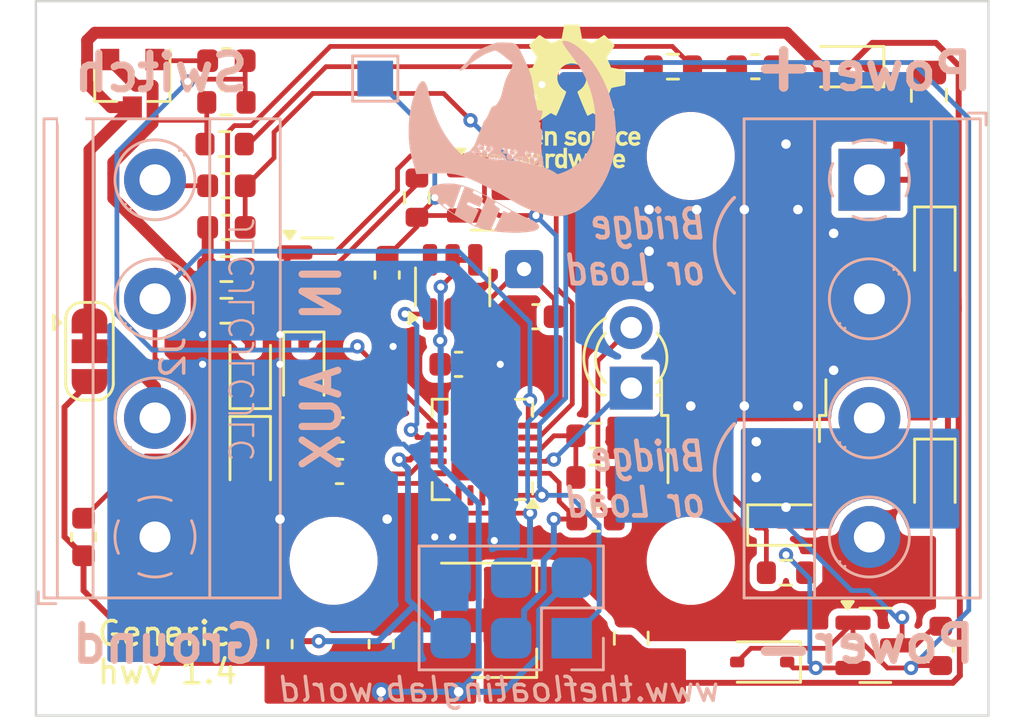
<source format=kicad_pcb>
(kicad_pcb
	(version 20240108)
	(generator "pcbnew")
	(generator_version "8.0")
	(general
		(thickness 1.6)
		(legacy_teardrops no)
	)
	(paper "A4")
	(layers
		(0 "F.Cu" signal)
		(31 "B.Cu" signal)
		(32 "B.Adhes" user "B.Adhesive")
		(33 "F.Adhes" user "F.Adhesive")
		(34 "B.Paste" user)
		(35 "F.Paste" user)
		(36 "B.SilkS" user "B.Silkscreen")
		(37 "F.SilkS" user "F.Silkscreen")
		(38 "B.Mask" user)
		(39 "F.Mask" user)
		(40 "Dwgs.User" user "User.Drawings")
		(41 "Cmts.User" user "User.Comments")
		(42 "Eco1.User" user "User.Eco1")
		(43 "Eco2.User" user "User.Eco2")
		(44 "Edge.Cuts" user)
		(45 "Margin" user)
		(46 "B.CrtYd" user "B.Courtyard")
		(47 "F.CrtYd" user "F.Courtyard")
		(48 "B.Fab" user)
		(49 "F.Fab" user)
	)
	(setup
		(stackup
			(layer "F.SilkS"
				(type "Top Silk Screen")
			)
			(layer "F.Paste"
				(type "Top Solder Paste")
			)
			(layer "F.Mask"
				(type "Top Solder Mask")
				(thickness 0.01)
			)
			(layer "F.Cu"
				(type "copper")
				(thickness 0.035)
			)
			(layer "dielectric 1"
				(type "core")
				(thickness 1.51)
				(material "FR4")
				(epsilon_r 4.5)
				(loss_tangent 0.02)
			)
			(layer "B.Cu"
				(type "copper")
				(thickness 0.035)
			)
			(layer "B.Mask"
				(type "Bottom Solder Mask")
				(thickness 0.01)
			)
			(layer "B.Paste"
				(type "Bottom Solder Paste")
			)
			(layer "B.SilkS"
				(type "Bottom Silk Screen")
			)
			(copper_finish "None")
			(dielectric_constraints no)
		)
		(pad_to_mask_clearance 0)
		(allow_soldermask_bridges_in_footprints no)
		(aux_axis_origin 91.5 105)
		(grid_origin 91.5 105)
		(pcbplotparams
			(layerselection 0x00010fc_ffffffff)
			(plot_on_all_layers_selection 0x0000000_00000000)
			(disableapertmacros no)
			(usegerberextensions yes)
			(usegerberattributes no)
			(usegerberadvancedattributes no)
			(creategerberjobfile no)
			(dashed_line_dash_ratio 12.000000)
			(dashed_line_gap_ratio 3.000000)
			(svgprecision 4)
			(plotframeref no)
			(viasonmask no)
			(mode 1)
			(useauxorigin no)
			(hpglpennumber 1)
			(hpglpenspeed 20)
			(hpglpendiameter 15.000000)
			(pdf_front_fp_property_popups yes)
			(pdf_back_fp_property_popups yes)
			(dxfpolygonmode yes)
			(dxfimperialunits yes)
			(dxfusepcbnewfont yes)
			(psnegative no)
			(psa4output no)
			(plotreference yes)
			(plotvalue yes)
			(plotfptext yes)
			(plotinvisibletext no)
			(sketchpadsonfab no)
			(subtractmaskfromsilk yes)
			(outputformat 1)
			(mirror no)
			(drillshape 0)
			(scaleselection 1)
			(outputdirectory "")
		)
	)
	(net 0 "")
	(net 1 "Net-(D12-A)")
	(net 2 "Net-(D10-A)")
	(net 3 "Net-(J3-Pin_3)")
	(net 4 "Net-(J3-Pin_1)")
	(net 5 "Net-(J3-Pin_5)")
	(net 6 "Net-(J3-Pin_2)")
	(net 7 "Net-(J3-Pin_4)")
	(net 8 "Net-(J2-Pin_4)")
	(net 9 "Net-(J2-Pin_3)")
	(net 10 "Net-(D11-A)")
	(net 11 "Net-(D1-A)")
	(net 12 "Net-(D12-K)")
	(net 13 "Net-(U3-VIN)")
	(net 14 "Net-(D4-A)")
	(net 15 "Net-(Q2-G)")
	(net 16 "Net-(U1-XTAL1{slash}PB0)")
	(net 17 "Net-(U1-PA2)")
	(net 18 "Net-(J4-Pin_1)")
	(net 19 "unconnected-(U4-Toggle-Pad6)")
	(net 20 "Net-(Q3-E)")
	(net 21 "Net-(Q3-C)")
	(net 22 "Net-(D3-K)")
	(net 23 "Net-(D5-A)")
	(net 24 "Net-(D6-K)")
	(net 25 "Net-(D5-K)")
	(net 26 "Net-(U1-PA1)")
	(net 27 "Net-(U1-XTAL2{slash}PB1)")
	(net 28 "unconnected-(U1-NC-Pad10)")
	(net 29 "unconnected-(U1-NC-Pad18)")
	(net 30 "Net-(U1-PA7)")
	(net 31 "unconnected-(U1-NC-Pad6)")
	(net 32 "unconnected-(U1-NC-Pad19)")
	(net 33 "Net-(U1-PB2)")
	(net 34 "unconnected-(U1-NC-Pad17)")
	(net 35 "unconnected-(U1-NC-Pad7)")
	(net 36 "Net-(D1-K)")
	(net 37 "Net-(D2-K)")
	(net 38 "Net-(D4-K)")
	(net 39 "Net-(J2-Pin_2)")
	(footprint "Capacitor_SMD:C_0805_2012Metric" (layer "F.Cu") (at 76.5 101.75 90))
	(footprint "Capacitor_SMD:C_0603_1608Metric" (layer "F.Cu") (at 66 102 90))
	(footprint "Package_TO_SOT_SMD:TO-252-2" (layer "F.Cu") (at 81.225 89.925 90))
	(footprint "Resistor_SMD:R_0603_1608Metric" (layer "F.Cu") (at 61.75 102 90))
	(footprint "Resistor_SMD:R_0603_1608Metric" (layer "F.Cu") (at 53.5 97.5 90))
	(footprint "Resistor_SMD:R_0603_1608Metric" (layer "F.Cu") (at 75 96.75))
	(footprint "Package_TO_SOT_SMD:SOT-89-3" (layer "F.Cu") (at 70.75 101))
	(footprint "MountingHole:MountingHole_3.2mm_M3_DIN965" (layer "F.Cu") (at 79 98.5 180))
	(footprint "MountingHole:MountingHole_3.2mm_M3_DIN965" (layer "F.Cu") (at 79 81.5 180))
	(footprint "MountingHole:MountingHole_3.2mm_M3_DIN965" (layer "F.Cu") (at 64 98.5 180))
	(footprint "MountingHole:MountingHole_3.2mm_M3_DIN965" (layer "F.Cu") (at 64 81.5 180))
	(footprint "Capacitor_SMD:C_0603_1608Metric" (layer "F.Cu") (at 59.5 84.5 180))
	(footprint "Resistor_SMD:R_0603_1608Metric" (layer "F.Cu") (at 81.7125 77.75))
	(footprint "Resistor_SMD:R_0603_1608Metric" (layer "F.Cu") (at 59.5 82.75))
	(footprint "LED_THT:LED_D3.0mm" (layer "F.Cu") (at 76.5 91.25 90))
	(footprint "Package_TO_SOT_SMD:SOT-23" (layer "F.Cu") (at 55.55 78.45 -90))
	(footprint "Resistor_SMD:R_0603_1608Metric" (layer "F.Cu") (at 59.5 77.5))
	(footprint "Diode_SMD:D_SOD-323" (layer "F.Cu") (at 82 102.75 180))
	(footprint "Resistor_SMD:R_0603_1608Metric" (layer "F.Cu") (at 75 95))
	(footprint "Mounting_Wuerth:Tooling hole" (layer "F.Cu") (at 90.25 76.25))
	(footprint "Mounting_Wuerth:Tooling hole" (layer "F.Cu") (at 53 80))
	(footprint "Resistor_SMD:R_0603_1608Metric" (layer "F.Cu") (at 59.5 86.25 180))
	(footprint "Resistor_SMD:R_0603_1608Metric" (layer "F.Cu") (at 89.5 102.075 90))
	(footprint "Diode_SMD:D_SOD-323" (layer "F.Cu") (at 85.5 77.75 180))
	(footprint "Package_TO_SOT_SMD:SOT-23" (layer "F.Cu") (at 63.3125 86.5))
	(footprint "Diode_SMD:D_SOD-323" (layer "F.Cu") (at 60.5 90.5 90))
	(footprint "Capacitor_SMD:C_0603_1608Metric" (layer "F.Cu") (at 64.275 93 180))
	(footprint "Diode_SMD:D_SOD-323" (layer "F.Cu") (at 89.25 95 -90))
	(footprint "Capacitor_SMD:C_0603_1608Metric" (layer "F.Cu") (at 64.25 94.75 180))
	(footprint "Capacitor_SMD:C_0805_2012Metric" (layer "F.Cu") (at 89 78.95 -90))
	(footprint "Capacitor_SMD:C_0603_1608Metric" (layer "F.Cu") (at 72.5 88.25 180))
	(footprint "Capacitor_SMD:C_0603_1608Metric" (layer "F.Cu") (at 69.25 90.25))
	(footprint "Package_TO_SOT_SMD:SOT-23-6" (layer "F.Cu") (at 69 87 90))
	(footprint "Mounting_Wuerth:Tooling hole" (layer "F.Cu") (at 53 103.5))
	(footprint "Jumper:SolderJumper-3_P1.3mm_Bridged12_RoundedPad1.0x1.5mm" (layer "F.Cu") (at 53.75 89.7 -90))
	(footprint "Resistor_SMD:R_0603_1608Metric" (layer "F.Cu") (at 67.5 83.25 -90))
	(footprint "Diode_SMD:D_SOD-323" (layer "F.Cu") (at 83 97))
	(footprint "Symbol:OSHW-Logo_5.7x6mm_SilkScreen"
		(layer "F.Cu")
		(uuid "92663bd1-15ef-4757-b23a-2f8b6c7d6d31")
		(at 74 79)
		(descr "Open Source Hardware Logo")
		(tags "Logo OSHW")
		(property "Reference" "REF**"
			(at 0 0 0)
			(layer "F.SilkS")
			(hide yes)
			(uuid "80db592a-2aee-4cfa-82cb-0ebd59b1333b")
			(effects
				(font
					(size 1 1)
					(thickness 0.15)
				)
			)
		)
		(property "Value" "OSHW-Logo_5.7x6mm_SilkScreen"
			(at 0.75 0 0)
			(layer "F.Fab")
			(hide yes)
			(uuid "ade8c28d-0d74-4ef5-bcfe-8111757fbfde")
			(effects
				(font
					(size 1 1)
					(thickness 0.15)
				)
			)
		)
		(property "Footprint" "Symbol:OSHW-Logo_5.7x6mm_SilkScreen"
			(at 0 0 0)
			(unlocked yes)
			(layer "F.Fab")
			(hide yes)
			(uuid "81420abc-84d5-40ba-a693-4dea55dd9453")
			(effects
				(font
					(size 1.27 1.27)
					(thickness 0.15)
				)
			)
		)
		(property "Datasheet" ""
			(at 0 0 0)
			(unlocked yes)
			(layer "F.Fab")
			(hide yes)
			(uuid "ecfbc3ee-c312-4478-bb85-2c59bc5f5305")
			(effects
				(font
					(size 1.27 1.27)
					(thickness 0.15)
				)
			)
		)
		(property "Description" ""
			(at 0 0 0)
			(unlocked yes)
			(layer "F.Fab")
			(hide yes)
			(uuid "e132fd42-facc-42b0-9aab-7c195e6a08d9")
			(effects
				(font
					(size 1.27 1.27)
					(thickness 0.15)
				)
			)
		)
		(attr exclude_from_pos_files exclude_from_bom)
		(fp_poly
			(pts
				(xy 1.79946 1.45803) (xy 1.842711 1.471245) (xy 1.870558 1.487941) (xy 1.879629 1.501145) (xy 1.877132 1.516797)
				(xy 1.860931 1.541385) (xy 1.847232 1.5588) (xy 1.818992 1.590283) (xy 1.797775 1.603529) (xy 1.779688 1.602664)
				(xy 1.726035 1.58901) (xy 1.68663 1.58963) (xy 1.654632 1.605104) (xy 1.64389 1.614161) (xy 1.609505 1.646027)
				(xy 1.609505 2.062179) (xy 1.471188 2.062179) (xy 1.471188 1.458614) (xy 1.540347 1.458614) (xy 1.581869 1.460256)
				(xy 1.603291 1.466087) (xy 1.609502 1.477461) (xy 1.609505 1.477798) (xy 1.612439 1.489713) (xy 1.625704 1.488159)
				(xy 1.644084 1.479563) (xy 1.682046 1.463568) (xy 1.712872 1.453945) (xy 1.752536 1.451478) (xy 1.79946 1.45803)
			)
			(stroke
				(width 0.01)
				(type solid)
			)
			(fill solid)
			(layer "F.SilkS")
			(uuid "8e36c753-9fdd-430e-9239-2c27d8d71fc2")
		)
		(fp_poly
			(pts
				(xy 1.635255 2.401486) (xy 1.683595 2.411015) (xy 1.711114 2.425125) (xy 1.740064 2.448568) (xy 1.698876 2.500571)
				(xy 1.673482 2.532064) (xy 1.656238 2.547428) (xy 1.639102 2.549776) (xy 1.614027 2.542217) (xy 1.602257 2.537941)
				(xy 1.55427 2.531631) (xy 1.510324 2.545156) (xy 1.47806 2.57571) (xy 1.472819 2.585452) (xy 1.467112 2.611258)
				(xy 1.462706 2.658817) (xy 1.459811 2.724758) (xy 1.458631 2.80571) (xy 1.458614 2.817226) (xy 1.458614 3.017822)
				(xy 1.320297 3.017822) (xy 1.320297 2.401683) (xy 1.389456 2.401683) (xy 1.429333 2.402725) (xy 1.450107 2.407358)
				(xy 1.457789 2.417849) (xy 1.458614 2.427745) (xy 1.458614 2.453806) (xy 1.491745 2.427745) (xy 1.529735 2.409965)
				(xy 1.58077 2.401174) (xy 1.635255 2.401486)
			)
			(stroke
				(width 0.01)
				(type solid)
			)
			(fill solid)
			(layer "F.SilkS")
			(uuid "c3a8f45c-7713-4051-bb49-3ac791e60f66")
		)
		(fp_poly
			(pts
				(xy -0.993356 2.40302) (xy -0.974539 2.40866) (xy -0.968473 2.421053) (xy -0.968218 2.426647) (xy -0.967129 2.44223)
				(xy -0.959632 2.444676) (xy -0.939381 2.433993) (xy -0.927351 2.426694) (xy -0.8894 2.411063) (xy -0.844072 2.403334)
				(xy -0.796544 2.40274) (xy -0.751995 2.408513) (xy -0.715602 2.419884) (xy -0.692543 2.436088) (xy -0.687996 2.456355)
				(xy -0.690291 2.461843) (xy -0.70702 2.484626) (xy -0.732963 2.512647) (xy -0.737655 2.517177) (xy -0.762383 2.538005)
				(xy -0.783718 2.544735) (xy -0.813555 2.540038) (xy -0.825508 2.536917) (xy -0.862705 2.529421)
				(xy -0.888859 2.532792) (xy -0.910946 2.544681) (xy -0.931178 2.560635) (xy -0.946079 2.5807) (xy -0.956434 2.608702)
				(xy -0.963029 2.648467) (xy -0.966649 2.703823) (xy -0.968078 2.778594) (xy -0.968218 2.82374) (xy -0.968218 3.017822)
				(xy -1.09396 3.017822) (xy -1.09396 2.401683) (xy -1.031089 2.401683) (xy -0.993356 2.40302)
			)
			(stroke
				(width 0.01)
				(type solid)
			)
			(fill solid)
			(layer "F.SilkS")
			(uuid "3297a1e2-b9ea-48a6-9a8d-8f82c97677ec")
		)
		(fp_poly
			(pts
				(xy 0.993367 1.654342) (xy 0.994555 1.746563) (xy 0.998897 1.81661) (xy 1.007558 1.867381) (xy 1.021704 1.901772)
				(xy 1.0425 1.922679) (xy 1.07111 1.933) (xy 1.106535 1.935636) (xy 1.143636 1.932682) (xy 1.171818 1.921889)
				(xy 1.192243 1.90036) (xy 1.206079 1.865199) (xy 1.214491 1.81351) (xy 1.218643 1.742394) (xy 1.219703 1.654342)
				(xy 1.219703 1.458614) (xy 1.35802 1.458614) (xy 1.35802 2.062179) (xy 1.288862 2.062179) (xy 1.24717 2.060489)
				(xy 1.225701 2.054556) (xy 1.219703 2.043293) (xy 1.216091 2.033261) (xy 1.201714 2.035383) (xy 1.172736 2.04958)
				(xy 1.106319 2.07148) (xy 1.035875 2.069928) (xy 0.968377 2.046147) (xy 0.936233 2.027362) (xy 0.911715 2.007022)
				(xy 0.893804 1.981573) (xy 0.881479 1.947458) (xy 0.873723 1.901121) (xy 0.869516 1.839007) (xy 0.86784 1.757561)
				(xy 0.867624 1.694578) (xy 0.867624 1.458614) (xy 0.993367 1.458614) (xy 0.993367 1.654342)
			)
			(stroke
				(width 0.01)
				(type solid)
			)
			(fill solid)
			(layer "F.SilkS")
			(uuid "bc8742de-8d4c-4bd9-b5af-e69e40e70d05")
		)
		(fp_poly
			(pts
				(xy -0.754012 1.469002) (xy -0.722717 1.48395) (xy -0.692409 1.505541) (xy -0.669318 1.530391) (xy -0.6525 1.562087)
				(xy -0.641006 1.604214) (xy -0.633891 1.660358) (xy -0.630207 1.734106) (xy -0.629008 1.829044)
				(xy -0.628989 1.838985) (xy -0.628713 2.062179) (xy -0.76703 2.062179) (xy -0.76703 1.856418) (xy -0.767128 1.780189)
				(xy -0.767809 1.724939) (xy -0.769651 1.686501) (xy -0.773233 1.660706) (xy -0.779132 1.643384)
				(xy -0.787927 1.630368) (xy -0.80018 1.617507) (xy -0.843047 1.589873) (xy -0.889843 1.584745) (xy -0.934424 1.602217)
				(xy -0.949928 1.615221) (xy -0.96131 1.627447) (xy -0.969481 1.64054) (xy -0.974974 1.658615) (xy -0.97832 1.685787)
				(xy -0.980051 1.72617) (xy -0.980697 1.783879) (xy -0.980792 1.854132) (xy -0.980792 2.062179) (xy -1.119109 2.062179)
				(xy -1.119109 1.458614) (xy -1.04995 1.458614) (xy -1.008428 1.460256) (xy -0.987006 1.466087) (xy -0.980795 1.477461)
				(xy -0.980792 1.477798) (xy -0.97791 1.488938) (xy -0.965199 1.487674) (xy -0.939926 1.475434) (xy -0.882605 1.457424)
				(xy -0.817037 1.455421) (xy -0.754012 1.469002)
			)
			(stroke
				(width 0.01)
				(type solid)
			)
			(fill solid)
			(layer "F.SilkS")
			(uuid "3109df12-c65b-456f-974d-72eff6d9396e")
		)
		(fp_poly
			(pts
				(xy 2.217226 1.46388) (xy 2.29008 1.49483) (xy 2.313027 1.509895) (xy 2.342354 1.533048) (xy 2.360764 1.551253)
				(xy 2.363961 1.557183) (xy 2.354935 1.57034) (xy 2.331837 1.592667) (xy 2.313344 1.60825) (xy 2.262728 1.648926)
				(xy 2.22276 1.615295) (xy 2.191874 1.593584) (xy 2.161759 1.58609) (xy 2.127292 1.58792) (xy 2.072561 1.601528)
				(xy 2.034886 1.629772) (xy 2.011991 1.675433) (xy 2.001597 1.741289) (xy 2.001595 1.741331) (xy 2.002494 1.814939)
				(xy 2.016463 1.868946) (xy 2.044328 1.905716) (xy 2.063325 1.918168) (xy 2.113776 1.933673) (xy 2.167663 1.933683)
				(xy 2.214546 1.918638) (xy 2.225644 1.911287) (xy 2.253476 1.892511) (xy 2.275236 1.889434) (xy 2.298704 1.903409)
				(xy 2.324649 1.92851) (xy 2.365716 1.97088) (xy 2.320121 2.008464) (xy 2.249674 2.050882) (xy 2.170233 2.071785)
				(xy 2.087215 2.070272) (xy 2.032694 2.056411) (xy 1.96897 2.022135) (xy 1.918005 1.968212) (xy 1.894851 1.930149)
				(xy 1.876099 1.875536) (xy 1.866715 1.806369) (xy 1.866643 1.731407) (xy 1.875824 1.659409) (xy 1.894199 1.599137)
				(xy 1.897093 1.592958) (xy 1.939952 1.532351) (xy 1.997979 1.488224) (xy 2.066591 1.461493) (xy 2.141201 1.453073)
				(xy 2.217226 1.46388)
			)
			(stroke
				(width 0.01)
				(type solid)
			)
			(fill solid)
			(layer "F.SilkS")
			(uuid "7dba9616-2052-4ec7-9135-485fa5fa2224")
		)
		(fp_poly
			(pts
				(xy 0.610762 1.466055) (xy 0.674363 1.500692) (xy 0.724123 1.555372) (xy 0.747568 1.599842) (xy 0.757634 1.639121)
				(xy 0.764156 1.695116) (xy 0.766951 1.759621) (xy 0.765836 1.824429) (xy 0.760626 1.881334) (xy 0.754541 1.911727)
				(xy 0.734014 1.953306) (xy 0.698463 1.997468) (xy 0.655619 2.036087) (xy 0.613211 2.061034) (xy 0.612177 2.06143)
				(xy 0.559553 2.072331) (xy 0.497188 2.072601) (xy 0.437924 2.062676) (xy 0.41504 2.054722) (xy 0.356102 2.0213)
				(xy 0.31389 1.977511) (xy 0.286156 1.919538) (xy 0.270651 1.843565) (xy 0.267143 1.803771) (xy 0.26759 1.753766)
				(xy 0.402376 1.753766) (xy 0.406917 1.826732) (xy 0.419986 1.882334) (xy 0.440756 1.917861) (xy 0.455552 1.92802)
				(xy 0.493464 1.935104) (xy 0.538527 1.933007) (xy 0.577487 1.922812) (xy 0.587704 1.917204) (xy 0.614659 1.884538)
				(xy 0.632451 1.834545) (xy 0.640024 1.773705) (xy 0.636325 1.708497) (xy 0.628057 1.669253) (xy 0.60432 1.623805)
				(xy 0.566849 1.595396) (xy 0.52172 1.585573) (xy 0.475011 1.595887) (xy 0.439132 1.621112) (xy 0.420277 1.641925)
				(xy 0.409272 1.662439) (xy 0.404026 1.690203) (xy 0.402449 1.732762) (xy 0.402376 1.753766) (xy 0.26759 1.753766)
				(xy 0.268094 1.69758) (xy 0.285388 1.610501) (xy 0.319029 1.54253) (xy 0.369018 1.493664) (xy 0.435356 1.463899)
				(xy 0.449601 1.460448) (xy 0.53521 1.452345) (xy 0.610762 1.466055)
			)
			(stroke
				(width 0.01)
				(type solid)
			)
			(fill solid)
			(layer "F.SilkS")
			(uuid "f52e9598-f060-41ce-99cf-730d9d4beee0")
		)
		(fp_poly
			(pts
				(xy 0.281524 2.404237) (xy 0.331255 2.407971) (xy 0.461291 2.797773) (xy 0.481678 2.728614) (xy 0.493946 2.685874)
				(xy 0.510085 2.628115) (xy 0.527512 2.564625) (xy 0.536726 2.53057) (xy 0.571388 2.401683) (xy 0.714391 2.401683)
				(xy 0.671646 2.536857) (xy 0.650596 2.603342) (xy 0.625167 2.683539) (xy 0.59861 2.767193) (xy 0.574902 2.841782)
				(xy 0.520902 3.011535) (xy 0.462598 3.015328) (xy 0.404295 3.019122) (xy 0.372679 2.914734) (xy 0.353182 2.849889)
				(xy 0.331904 2.7784) (xy 0.313308 2.715263) (xy 0.312574 2.71275) (xy 0.298684 2.669969) (xy 0.286429 2.640779)
				(xy 0.277846 2.629741) (xy 0.276082 2.631018) (xy 0.269891 2.64813) (xy 0.258128 2.684787) (xy 0.242225 2.736378)
				(xy 0.223614 2.798294) (xy 0.213543 2.832352) (xy 0.159007 3.017822) (xy 0.043264 3.017822) (xy -0.049263 2.725471)
				(xy -0.075256 2.643462) (xy -0.098934 2.568987) (xy -0.11918 2.505544) (xy -0.134874 2.456632) (xy -0.144898 2.425749)
				(xy -0.147945 2.416726) (xy -0.145533 2.407487) (xy -0.126592 2.403441) (xy -0.087177 2.403846)
				(xy -0.081007 2.404152) (xy -0.007914 2.407971) (xy 0.039957 2.58401) (xy 0.057553 2.648211) (xy 0.073277 2.704649)
				(xy 0.085746 2.748422) (xy 0.093574 2.77463) (xy 0.09502 2.778903) (xy 0.101014 2.77399) (xy 0.113101 2.748532)
				(xy 0.129893 2.705997) (xy 0.150003 2.64985) (xy 0.167003 2.59913) (xy 0.231794 2.400504) (xy 0.281524 2.404237)
			)
			(stroke
				(width 0.01)
				(type solid)
			)
			(fill solid)
			(layer "F.SilkS")
			(uuid "4a069e53-1b4e-470e-b35b-f1a960e80d10")
		)
		(fp_poly
			(pts
				(xy -2.538261 1.465148) (xy -2.472479 1.494231) (xy -2.42254 1.542793) (xy -2.388374 1.610908) (xy -2.369907 1.698651)
				(xy -2.368583 1.712351) (xy -2.367546 1.808939) (xy -2.380993 1.893602) (xy -2.408108 1.962221)
				(xy -2.422627 1.984294) (xy -2.473201 2.031011) (xy -2.537609 2.061268) (xy -2.609666 2.073824)
				(xy -2.683185 2.067439) (xy -2.739072 2.047772) (xy -2.787132 2.014629) (xy -2.826412 1.971175)
				(xy -2.827092 1.970158) (xy -2.843044 1.943338) (xy -2.85341 1.916368) (xy -2.859688 1.882332) (xy -2.863373 1.83431)
				(xy -2.864997 1.794931) (xy -2.865672 1.759219) (xy -2.739955 1.759219) (xy -2.738726 1.79477) (xy -2.734266 1.842094)
				(xy -2.726397 1.872465) (xy -2.712207 1.894072) (xy -2.698917 1.906694) (xy -2.651802 1.933122)
				(xy -2.602505 1.936653) (xy -2.556593 1.917639) (xy -2.533638 1.896331) (xy -2.517096 1.874859)
				(xy -2.507421 1.854313) (xy -2.503174 1.827574) (xy -2.50292 1.787523) (xy -2.504228 1.750638) (xy -2.507043 1.697947)
				(xy -2.511505 1.663772) (xy -2.519548 1.64148) (xy -2.533103 1.624442) (xy -2.543845 1.614703) (xy -2.588777 1.589123)
				(xy -2.637249 1.587847) (xy -2.677894 1.602999) (xy -2.712567 1.634642) (xy -2.733224 1.68662) (xy -2.739955 1.759219)
				(xy -2.865672 1.759219) (xy -2.866479 1.716621) (xy -2.863948 1.658056) (xy -2.856362 1.614007)
				(xy -2.842681 1.579248) (xy -2.821865 1.548551) (xy -2.814147 1.539436) (xy -2.765889 1.494021)
				(xy -2.714128 1.467493) (xy -2.650828 1.456379) (xy -2.619961 1.455471) (xy -2.538261 1.465148)
			)
			(stroke
				(width 0.01)
				(type solid)
			)
			(fill solid)
			(layer "F.SilkS")
			(uuid "ca074c47-901a-4894-b86d-cf1ad80672a3")
		)
		(fp_poly
			(pts
				(xy -0.201188 3.017822) (xy -0.270346 3.017822) (xy -0.310488 3.016645) (xy -0.331394 3.011772)
				(xy -0.338922 3.001186) (xy -0.339505 2.994029) (xy -0.340774 2.979676) (xy -0.348779 2.976923)
				(xy -0.369815 2.985771) (xy -0.386173 2.994029) (xy -0.448977 3.013597) (xy -0.517248 3.014729)
				(xy -0.572752 3.000135) (xy -0.624438 2.964877) (xy -0.663838 2.912835) (xy -0.685413 2.85145) (xy -0.685962 2.848018)
				(xy -0.689167 2.810571) (xy -0.690761 2.756813) (xy -0.690633 2.716155) (xy -0.553279 2.716155)
				(xy -0.550097 2.770194) (xy -0.542859 2.814735) (xy -0.53306 2.839888) (xy -0.495989 2.87426) (xy -0.451974 2.886582)
				(xy -0.406584 2.876618) (xy -0.367797 2.846895) (xy -0.353108 2.826905) (xy -0.344519 2.80305) (xy -0.340496 2.76823)
				(xy -0.339505 2.71593) (xy -0.341278 2.664139) (xy -0.345963 2.618634) (xy -0.352603 2.588181) (xy -0.35371 2.585452)
				(xy -0.380491 2.553) (xy -0.419579 2.535183) (xy -0.463315 2.532306) (xy -0.504038 2.544674) (xy -0.534087 2.572593)
				(xy -0.537204 2.578148) (xy -0.546961 2.612022) (xy -0.552277 2.660728) (xy -0.553279 2.716155)
				(xy -0.690633 2.716155) (xy -0.690568 2.69554) (xy -0.689664 2.662563) (xy -0.683514 2.580981) (xy -0.670733 2.51973)
				(xy -0.649471 2.474449) (xy -0.617878 2.440779) (xy -0.587207 2.421014) (xy -0.544354 2.40712) (xy -0.491056 2.402354)
				(xy -0.43648 2.406236) (xy -0.389792 2.418282) (xy -0.365124 2.432693) (xy -0.339505 2.455878) (xy -0.339505 2.162773)
				(xy -0.201188 2.162773) (xy -0.201188 3.017822)
			)
			(stroke
				(width 0.01)
				(type solid)
			)
			(fill solid)
			(layer "F.SilkS")
			(uuid "65bcd829-7842-4914-8a28-8437002434c5")
		)
		(fp_poly
			(pts
				(xy 2.677898 1.456457) (xy 2.710096 1.464279) (xy 2.771825 1.492921) (xy 2.82461 1.536667) (xy 2.861141 1.589117)
				(xy 2.86616 1.600893) (xy 2.873045 1.63174) (xy 2.877864 1.677371) (xy 2.879505 1.723492) (xy 2.879505 1.810693)
				(xy 2.697178 1.810693) (xy 2.621979 1.810978) (xy 2.569003 1.812704) (xy 2.535325 1.817181) (xy 2.51802 1.82572)
				(xy 2.514163 1.83963) (xy 2.520829 1.860222) (xy 2.53277 1.884315) (xy 2.56608 1.924525) (xy 2.612368 1.944558)
				(xy 2.668944 1.943905) (xy 2.733031 1.922101) (xy 2.788417 1.895193) (xy 2.834375 1.931532) (xy 2.880333 1.967872)
				(xy 2.837096 2.007819) (xy 2.779374 2.045563) (xy 2.708386 2.06832) (xy 2.632029 2.074688) (xy 2.558199 2.063268)
				(xy 2.546287 2.059393) (xy 2.481399 2.025506) (xy 2.43313 1.974986) (xy 2.400465 1.906325) (xy 2.382385 1.818014)
				(xy 2.382175 1.816121) (xy 2.380556 1.719878) (xy 2.3871 1.685542) (xy 2.514852 1.685542) (xy 2.526584 1.690822)
				(xy 2.558438 1.694867) (xy 2.605397 1.697176) (xy 2.635154 1.697525) (xy 2.690648 1.697306) (xy 2.725346 1.695916)
				(xy 2.743601 1.692251) (xy 2.749766 1.68521) (xy 2.748195 1.67369) (xy 2.746878 1.669233) (xy 2.724382 1.627355)
				(xy 2.689003 1.593604) (xy 2.65778 1.578773) (xy 2.616301 1.579668) (xy 2.574269 1.598164) (xy 2.539012 1.628786)
				(xy 2.517854 1.666062) (xy 2.514852 1.685542) (xy 2.3871 1.685542) (xy 2.39669 1.635229) (xy 2.428698 1.564191)
				(xy 2.474701 1.508779) (xy 2.532821 1.471009) (xy 2.60118 1.452896) (xy 2.677898 1.456457)
			)
			(stroke
				(width 0.01)
				(type solid)
			)
			(fill solid)
			(layer "F.SilkS")
			(uuid "e07b6e26-4ffa-4fe9-830e-99d09786f543")
		)
		(fp_poly
			(pts
				(xy 0.014017 1.456452) (xy 0.061634 1.465482) (xy 0.111034 1.48437) (xy 0.116312 1.486777) (xy 0.153774 1.506476)
				(xy 0.179717 1.524781) (xy 0.188103 1.536508) (xy 0.180117 1.555632) (xy 0.16072 1.58385) (xy 0.15211 1.594384)
				(xy 0.116628 1.635847) (xy 0.070885 1.608858) (xy 0.02735 1.590878) (xy -0.02295 1.581267) (xy -0.071188 1.58066)
				(xy -0.108533 1.589691) (xy -0.117495 1.595327) (xy -0.134563 1.621171) (xy -0.136637 1.650941)
				(xy -0.123866 1.674197) (xy -0.116312 1.678708) (xy -0.093675 1.684309) (xy -0.053885 1.690892)
				(xy -0.004834 1.697183) (xy 0.004215 1.69817) (xy 0.082996 1.711798) (xy 0.140136 1.734946) (xy 0.17803 1.769752)
				(xy 0.199079 1.818354) (xy 0.205635 1.877718) (xy 0.196577 1.945198) (xy 0.167164 1.998188) (xy 0.117278 2.036783)
				(xy 0.0468 2.061081) (xy -0.031435 2.070667) (xy -0.095234 2.070552) (xy -0.146984 2.061845) (xy -0.182327 2.049825)
				(xy -0.226983 2.02888) (xy -0.268253 2.004574) (xy -0.282921 1.993876) (xy -0.320643 1.963084) (xy -0.275148 1.917049)
				(xy -0.229653 1.871013) (xy -0.177928 1.905243) (xy -0.126048 1.930952) (xy -0.070649 1.944399)
				(xy -0.017395 1.945818) (xy 0.028049 1.935443) (xy 0.060016 1.913507) (xy 0.070338 1.894998) (xy 0.068789 1.865314)
				(xy 0.04314 1.842615) (xy -0.00654 1.82694) (xy -0.060969 1.819695) (xy -0.144736 1.805873) (xy -0.206967 1.779796)
				(xy -0.248493 1.740699) (xy -0.270147 1.68782) (xy -0.273147 1.625126) (xy -0.258329 1.559642) (xy -0.224546 1.510144)
				(xy -0.171495 1.476408) (xy -0.098874 1.458207) (xy -0.045072 1.454639) (xy 0.014017 1.456452)
			)
			(stroke
				(width 0.01)
				(type solid)
			)
			(fill solid)
			(layer "F.SilkS")
			(uuid "2553cf99-28a8-449a-a467-81fb70e5271b")
		)
		(fp_poly
			(pts
				(xy 2.032581 2.40497) (xy 2.092685 2.420597) (xy 2.143021 2.452848) (xy 2.167393 2.47694) (xy 2.207345 2.533895)
				(xy 2.230242 2.599965) (xy 2.238108 2.681182) (xy 2.238148 2.687748) (xy 2.238218 2.753763) (xy 1.858264 2.753763)
				(xy 1.866363 2.788342) (xy 1.880987 2.819659) (xy 1.906581 2.852291) (xy 1.911935 2.8575) (xy 1.957943 2.885694)
				(xy 2.01041 2.890475) (xy 2.070803 2.871926) (xy 2.08104 2.866931) (xy 2.112439 2.851745) (xy 2.13347 2.843094)
				(xy 2.137139 2.842293) (xy 2.149948 2.850063) (xy 2.174378 2.869072) (xy 2.186779 2.87946) (xy 2.212476 2.903321)
				(xy 2.220915 2.919077) (xy 2.215058 2.933571) (xy 2.211928 2.937534) (xy 2.190725 2.954879) (xy 2.155738 2.975959)
				(xy 2.131337 2.988265) (xy 2.062072 3.009946) (xy 1.985388 3.016971) (xy 1.912765 3.008647) (xy 1.892426 3.002686)
				(xy 1.829476 2.968952) (xy 1.782815 2.917045) (xy 1.752173 2.846459) (xy 1.737282 2.756692) (xy 1.735647 2.709753)
				(xy 1.740421 2.641413) (xy 1.86099 2.641413) (xy 1.872652 2.646465) (xy 1.903998 2.650429) (xy 1.949571 2.652768)
				(xy 1.980446 2.653169) (xy 2.035981 2.652783) (xy 2.071033 2.650975) (xy 2.090262 2.646773) (xy 2.09833 2.639203)
				(xy 2.099901 2.628218) (xy 2.089121 2.594381) (xy 2.06198 2.56094) (xy 2.026277 2.535272) (xy 1.99056 2.524772)
				(xy 1.942048 2.534086) (xy 1.900053 2.561013) (xy 1.870936 2.599827) (xy 1.86099 2.641413) (xy 1.740421 2.641413)
				(xy 1.742599 2.610236) (xy 1.764055 2.530949) (xy 1.80047 2.471263) (xy 1.852297 2.430549) (xy 1.91999 2.408179)
				(xy 1.956662 2.403871) (xy 2.032581 2.40497)
			)
			(stroke
				(width 0.01)
				(type solid)
			)
			(fill solid)
			(layer "F.SilkS")
			(uuid "8c0f3adb-222e-4422-b502-7b864d242737")
		)
		(fp_poly
			(pts
				(xy -1.356699 1.472614) (xy -1.344168 1.478514) (xy -1.300799 1.510283) (xy -1.25979 1.556646) (xy -1.229168 1.607696)
				(xy -1.220459 1.631166) (xy -1.212512 1.673091) (xy -1.207774 1.723757) (xy -1.207199 1.744679)
				(xy -1.207129 1.810693) (xy -1.587083 1.810693) (xy -1.578983 1.845273) (xy -1.559104 1.88617) (xy -1.524347 1.921514)
				(xy -1.482998 1.944282) (xy -1.456649 1.94901) (xy -1.420916 1.943273) (xy -1.378282 1.928882) (xy -1.363799 1.922262)
				(xy -1.31024 1.895513) (xy -1.264533 1.930376) (xy -1.238158 1.953955) (xy -1.224124 1.973417) (xy -1.223414 1.979129)
				(xy -1.235951 1.992973) (xy -1.263428 2.014012) (xy -1.288366 2.030425) (xy -1.355664 2.05993) (xy -1.43111 2.073284)
				(xy -1.505888 2.069812) (xy -1.565495 2.051663) (xy -1.626941 2.012784) (xy -1.670608 1.961595)
				(xy -1.697926 1.895367) (xy -1.710322 1.811371) (xy -1.711421 1.772936) (xy -1.707022 1.684861)
				(xy -1.706482 1.682299) (xy -1.580582 1.682299) (xy -1.577115 1.690558) (xy -1.562863 1.695113)
				(xy -1.53347 1.697065) (xy -1.484575 1.697517) (xy -1.465748 1.697525) (xy -1.408467 1.696843) (xy -1.372141 1.694364)
				(xy -1.352604 1.689443) (xy -1.34569 1.681434) (xy -1.345445 1.678862) (xy -1.353336 1.658423) (xy -1.373085 1.629789)
				(xy -1.381575 1.619763) (xy -1.413094 1.591408) (xy -1.445949 1.580259) (xy -1.463651 1.579327)
				(xy -1.511539 1.590981) (xy -1.551699 1.622285) (xy -1.577173 1.667752) (xy -1.577625 1.669233)
				(xy -1.580582 1.682299) (xy -1.706482 1.682299) (xy -1.692392 1.61551) (xy -1.666038 1.560025) (xy -1.633807 1.520639)
				(xy -1.574217 1.477931) (xy -1.504168 1.455109) (xy -1.429661 1.453046) (xy -1.356699 1.472614)
			)
			(stroke
				(width 0.01)
				(type solid)
			)
			(fill solid)
			(layer "F.SilkS")
			(uuid "af9fc36f-60b7-4c21-87b3-ca3e863100f1")
		)
		(fp_poly
			(pts
				(xy 1.038411 2.405417) (xy 1.091411 2.41829) (xy 1.106731 2.42511) (xy 1.136428 2.442974) (xy 1.15922 2.463093)
				(xy 1.176083 2.488962) (xy 1.187998 2.524073) (xy 1.195942 2.57192) (xy 1.200894 2.635996) (xy 1.203831 2.719794)
				(xy 1.204947 2.775768) (xy 1.209052 3.017822) (xy 1.138932 3.017822) (xy 1.096393 3.016038) (xy 1.074476 3.009942)
				(xy 1.068812 2.999706) (xy 1.065821 2.988637) (xy 1.052451 2.990754) (xy 1.034233 2.999629) (xy 0.988624 3.013233)
				(xy 0.930007 3.016899) (xy 0.868354 3.010903) (xy 0.813638 2.995521) (xy 0.80873 2.993386) (xy 0.758723 2.958255)
				(xy 0.725756 2.909419) (xy 0.710587 2.852333) (xy 0.711746 2.831824) (xy 0.835508 2.831824) (xy 0.846413 2.859425)
				(xy 0.878745 2.879204) (xy 0.93091 2.889819) (xy 0.958787 2.891228) (xy 1.005247 2.88762) (xy 1.036129 2.873597)
				(xy 1.043664 2.866931) (xy 1.064076 2.830666) (xy 1.068812 2.797773) (xy 1.068812 2.753763) (xy 1.007513 2.753763)
				(xy 0.936256 2.757395) (xy 0.886276 2.768818) (xy 0.854696 2.788824) (xy 0.847626 2.797743) (xy 0.835508 2.831824)
				(xy 0.711746 2.831824) (xy 0.713971 2.792456) (xy 0.736663 2.735244) (xy 0.767624 2.69658) (xy 0.786376 2.679864)
				(xy 0.804733 2.668878) (xy 0.828619 2.66218) (xy 0.863957 2.658326) (xy 0.916669 2.655873) (xy 0.937577 2.655168)
				(xy 1.068812 2.650879) (xy 1.06862 2.611158) (xy 1.063537 2.569405) (xy 1.045162 2.544158) (xy 1.008039 2.52803)
				(xy 1.007043 2.527742) (xy 0.95441 2.5214) (xy 0.902906 2.529684) (xy 0.86463 2.549827) (xy 0.849272 2.559773)
				(xy 0.83273 2.558397) (xy 0.807275 2.543987) (xy 0.792328 2.533817) (xy 0.763091 2.512088) (xy 0.74498 2.4958)
				(xy 0.742074 2.491137) (xy 0.75404 2.467005) (xy 0.789396 2.438185) (xy 0.804753 2.428461) (xy 0.848901 2.411714)
				(xy 0.908398 2.402227) (xy 0.974487 2.400095) (xy 1.038411 2.405417)
			)
			(stroke
				(width 0.01)
				(type solid)
			)
			(fill solid)
			(layer "F.SilkS")
			(uuid "93cf5ef3-6991-48b8-81b4-034ab00263b5")
		)
		(fp_poly
			(pts
				(xy -1.38421 2.406555) (xy -1.325055 2.422339) (xy -1.280023 2.450948) (xy -1.248246 2.488419) (xy -1.238366 2.504411)
				(xy -1.231073 2.521163) (xy -1.225974 2.542592) (xy -1.222679 2.572616) (xy -1.220797 2.615154)
				(xy -1.219937 2.674122) (xy -1.219707 2.75344) (xy -1.219703 2.774484) (xy -1.219703 3.017822) (xy -1.280059 3.017822)
				(xy -1.318557 3.015126) (xy -1.347023 3.008295) (xy -1.354155 3.004083) (xy -1.373652 2.996813)
				(xy -1.393566 3.004083) (xy -1.426353 3.01316) (xy -1.473978 3.016813) (xy -1.526764 3.015228) (xy -1.575036 3.008589)
				(xy -1.603218 3.000072) (xy -1.657753 2.965063) (xy -1.691835 2.916479) (xy -1.707157 2.851882)
				(xy -1.707299 2.850223) (xy -1.705955 2.821566) (xy -1.584356 2.821566) (xy -1.573726 2.854161)
				(xy -1.55641 2.872505) (xy -1.521652 2.886379) (xy -1.475773 2.891917) (xy -1.428988 2.889191) (xy -1.391514 2.878274)
				(xy -1.381015 2.871269) (xy -1.362668 2.838904) (xy -1.35802 2.802111) (xy -1.35802 2.753763) (xy -1.427582 2.753763)
				(xy -1.493667 2.75885) (xy -1.543764 2.773263) (xy -1.574929 2.795729) (xy -1.584356 2.821566) (xy -1.705955 2.821566)
				(xy -1.703987 2.779647) (xy -1.68071 2.723845) (xy -1.636948 2.681647) (xy -1.630899 2.677808) (xy -1.604907 2.665309)
				(xy -1.572735 2.65774) (xy -1.52776 2.654061) (xy -1.474331 2.653216) (xy -1.35802 2.653169) (xy -1.35802 2.604411)
				(xy -1.362953 2.566581) (xy -1.375543 2.541236) (xy -1.377017 2.539887) (xy -1.405034 2.5288) (xy -1.447326 2.524503)
				(xy -1.494064 2.526615) (xy -1.535418 2.534756) (xy -1.559957 2.546965) (xy -1.573253 2.556746)
				(xy -1.587294 2.558613) (xy -1.606671 2.5506) (xy -1.635976 2.530739) (xy -1.679803 2.497063) (xy -1.683825 2.493909)
				(xy -1.681764 2.482236) (xy -1.664568 2.462822) (xy -1.638433 2.441248) (xy -1.609552 2.423096)
				(xy -1.600478 2.418809) (xy -1.56738 2.410256) (xy -1.51888 2.404155) (xy -1.464695 2.401708) (xy -1.462161 2.401703)
				(xy -1.38421 2.406555)
			)
			(stroke
				(width 0.01)
				(type solid)
			)
			(fill solid)
			(layer "F.SilkS")
			(uuid "5d85176c-183b-4bfe-9275-3409a85b03f3")
		)
		(fp_poly
			(pts
				(xy -1.908759 1.469184) (xy -1.882247 1.482282) (xy -1.849553 1.505106) (xy -1.825725 1.529996)
				(xy -1.809406 1.561249) (xy -1.79924 1.603166) (xy -1.793872 1.660044) (xy -1.791944 1.736184) (xy -1.791831 1.768917)
				(xy -1.792161 1.840656) (xy -1.793527 1.891927) (xy -1.7965 1.927404) (xy -1.801649 1.951763) (xy -1.809543 1.96968)
				(xy -1.817757 1.981902) (xy -1.870187 2.033905) (xy -1.93193 2.065184) (xy -1.998536 2.074592) (xy -2.065558 2.06098)
				(xy -2.086792 2.051354) (xy -2.137624 2.024859) (xy -2.137624 2.440052) (xy -2.100525 2.420868)
				(xy -2.051643 2.406025) (xy -1.991561 2.402222) (xy -1.931564 2.409243) (xy -1.886256 2.425013)
				(xy -1.848675 2.455047) (xy -1.816564 2.498024) (xy -1.81415 2.502436) (xy -1.803967 2.523221) (xy -1.79653 2.54417)
				(xy -1.791411 2.569548) (xy -1.788181 2.603618) (xy -1.786413 2.650641) (xy -1.785677 2.714882)
				(xy -1.785544 2.787176) (xy -1.785544 3.017822) (xy -1.923861 3.017822) (xy -1.923861 2.592533)
				(xy -1.962549 2.559979) (xy -2.002738 2.53394) (xy -2.040797 2.529205) (xy -2.079066 2.541389) (xy -2.099462 2.55332)
				(xy -2.114642 2.570313) (xy -2.125438 2.595995) (xy -2.132683 2.633991) (xy -2.137208 2.687926)
				(xy -2.139844 2.761425) (xy -2.140772 2.810347) (xy -2.143911 3.011535) (xy -2.209926 3.015336)
				(xy -2.27594 3.019136) (xy -2.27594 1.77065) (xy -2.137624 1.77065) (xy -2.134097 1.840254) (xy -2.122215 1.888569)
				(xy -2.10002 1.918631) (xy -2.065559 1.933471) (xy -2.030742 1.936436) (xy -1.991329 1.933028) (xy -1.965171 1.919617)
				(xy -1.948814 1.901896) (xy -1.935937 1.882835) (xy -1.928272 1.861601) (xy -1.924861 1.831849)
				(xy -1.924749 1.787236) (xy -1.925897 1.74988) (xy -1.928532 1.693604) (xy -1.932456 1.656658) (xy -1.939063 1.633223)
				(xy -1.949749 1.61748) (xy -1.959833 1.60838) (xy -2.00197 1.588537) (xy -2.05184 1.585332) (xy -2.080476 1.592168)
				(xy -2.108828 1.616464) (xy -2.127609 1.663728) (xy -2.136712 1.733624) (xy -2.137624 1.77065) (xy -2.27594 1.77065)
				(xy -2.27594 1.458614) (xy -2.206782 1.458614) (xy -2.16526 1.460256) (xy -2.143838 1.466087) (xy -2.137626 1.477461)
				(xy -2.137624 1.477798) (xy -2.134742 1.488938) (xy -2.12203 1.487673) (xy -2.096757 1.475433) (xy -2.037869 1.456707)
				(xy -1.971615 1.454739) (xy -1.908759 1.469184)
			)
			(stroke
				(width 0.01)
				(type solid)
			)
			(fill solid)
			(layer "F.SilkS")
			(uuid "9889f040-1686-424a-80c2-a03c96fee72e")
		)
		(fp_poly
			(pts
				(xy 0.376964 -2.709982) (xy 0.433812 -2.40843) (xy 0.853338 -2.235488) (xy 1.104984 -2.406605) (xy 1.175458 -2.45425)
				(xy 1.239163 -2.49679) (xy 1.293126 -2.532285) (xy 1.334373 -2.55879) (xy 1.359934 -2.574364) (xy 1.366895 -2.577722)
				(xy 1.379435 -2.569086) (xy 1.406231 -2.545208) (xy 1.44428 -2.509141) (xy 1.490579 -2.463933) (xy 1.542123 -2.412636)
				(xy 1.595909 -2.358299) (xy 1.648935 -2.303972) (xy 1.698195 -2.252705) (xy 1.740687 -2.207549)
				(xy 1.773407 -2.171554) (xy 1.793351 -2.14777) (xy 1.798119 -2.13981) (xy 1.791257 -2.125135) (xy 1.77202 -2.092986)
				(xy 1.74243 -2.046508) (xy 1.70451 -1.988844) (xy 1.660282 -1.92314) (xy 1.634654 -1.885664) (xy 1.587941 -1.817232)
				(xy 1.546432 -1.75548) (xy 1.51214 -1.703481) (xy 1.48708 -1.664308) (xy 1.473264 -1.641035) (xy 1.471188 -1.636145)
				(xy 1.475895 -1.622245) (xy 1.488723 -1.58985) (xy 1.507738 -1.543515) (xy 1.531003 -1.487794) (xy 1.556584 -1.427242)
				(xy 1.582545 -1.366414) (xy 1.60695 -1.309864) (xy 1.627863 -1.262148) (xy 1.643349 -1.227819) (xy 1.651472 -1.211432)
				(xy 1.651952 -1.210788) (xy 1.664707 -1.207659) (xy 1.698677 -1.200679) (xy 1.75034 -1.190533) (xy 1.816176 -1.177908)
				(xy 1.892664 -1.163491) (xy 1.93729 -1.155177) (xy 2.019021 -1.139616) (xy 2.092843 -1.124808) (xy 2.155021 -1.111564)
				(xy 2.201822 -1.100695) (xy 2.229509 -1.093011) (xy 2.235074 -1.090573) (xy 2.240526 -1.07407) (xy 2.244924 -1.0368)
				(xy 2.248272 -0.98312) (xy 2.250574 -0.917388) (xy 2.251832 -0.843963) (xy 2.252048 -0.767204) (xy 2.251227 -0.691468)
				(xy 2.249371 -0.621114) (xy 2.246482 -0.5605) (xy 2.242565 -0.513984) (xy 2.237622 -0.485925) (xy 2.234657 -0.480084)
				(xy 2.216934 -0.473083) (xy 2.179381 -0.463073) (xy 2.126964 -0.451231) (xy 2.064652 -0.438733)
				(xy 2.0429 -0.43469) (xy 1.938024 -0.41548) (xy 1.85518 -0.400009) (xy 1.79163 -0.387663) (xy 1.744637 -0.377827)
				(xy 1.711463 -0.369886) (xy 1.689371 -0.363224) (xy 1.675624 -0.357227) (xy 1.667484 -0.351281)
				(xy 1.666345 -0.350106) (xy 1.654977 -0.331174) (xy 1.637635 -0.294331) (xy 1.61605 -0.244087) (xy 1.591954 -0.184954)
				(xy 1.567079 -0.121444) (xy 1.543157 -0.058068) (xy 1.521919 0.000662) (xy 1.505097 0.050235) (xy 1.494422 0.086139)
				(xy 1.491627 0.103862) (xy 1.49186 0.104483) (xy 1.501331 0.11897) (xy 1.522818 0.150844) (xy 1.554063 0.196789)
				(xy 1.592807 0.253485) (xy 1.636793 0.317617) (xy 1.649319 0.335842) (xy 1.693984 0.401914) (xy 1.733288 0.4622)
				(xy 1.765088 0.513235) (xy 1.787245 0.55156) (xy 1.797617 0.573711) (xy 1.798119 0.576432) (xy 1.789405 0.590736)
				(xy 1.765325 0.619072) (xy 1.728976 0.658396) (xy 1.683453 0.705661) (xy 1.631852 0.757823) (xy 1.577267 0.811835)
				(xy 1.522794 0.864653) (xy 1.471529 0.913231) (xy 1.426567 0.954523) (xy 1.391004 0.985485) (xy 1.367935 1.00307)
				(xy 1.361554 1.005941) (xy 1.346699 0.999178) (xy 1.316286 0.980939) (xy 1.275268 0.954297) (xy 1.243709 0.932852)
				(xy 1.186525 0.893503) (xy 1.118806 0.847171) (xy 1.05088 0.800913) (xy 1.014361 0.776155) (xy 0.890752 0.692547)
				(xy 0.786991 0.74865) (xy 0.73972 0.773228) (xy 0.699523 0.792331) (xy 0.672326 0.803227) (xy 0.665402 0.804743)
				(xy 0.657077 0.793549) (xy 0.640654 0.761917) (xy 0.617357 0.712765) (xy 0.588414 0.64901) (xy 0.55505 0.573571)
				(xy 0.518491 0.489364) (xy 0.479964 0.399308) (xy 0.440694 0.306321) (xy 0.401908 0.21332) (xy 0.36483 0.123223)
				(xy 0.330689 0.038948) (xy 0.300708 -0.036587) (xy 0.276116 -0.100466) (xy 0.258136 -0.149769) (xy 0.247997 -0.181579)
				(xy 0.246366 -0.192504) (xy 0.259291 -0.206439) (xy 0.287589 -0.22906) (xy 0.325346 -0.255667) (xy 0.328515 -0.257772)
				(xy 0.4261 -0.335886) (xy 0.504786 -0.427018) (xy 0.563891 -0.528255
... [333768 chars truncated]
</source>
